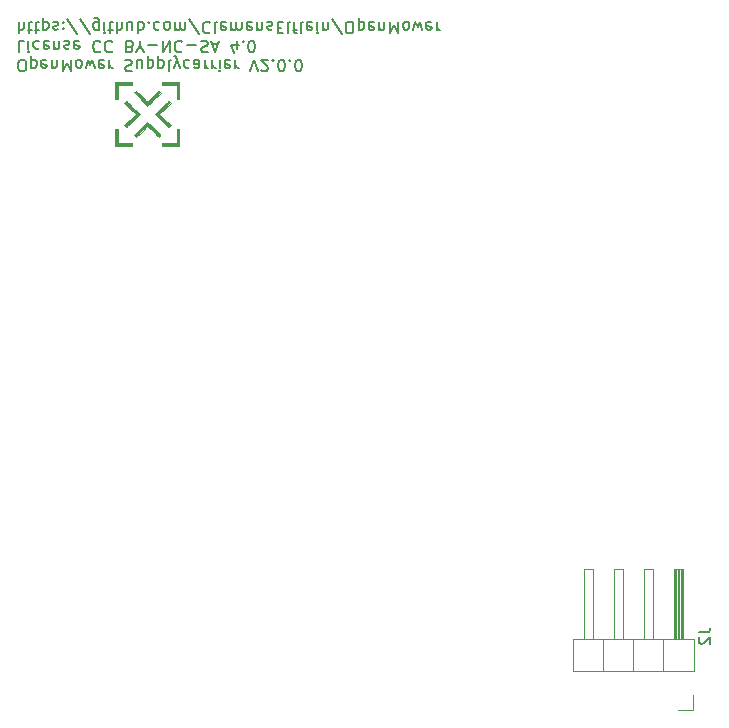
<source format=gbr>
%TF.GenerationSoftware,KiCad,Pcbnew,7.0.11+1*%
%TF.CreationDate,2024-04-25T19:00:42+00:00*%
%TF.ProjectId,mower_PowerDeviceCarrier,6d6f7765-725f-4506-9f77-657244657669,rev?*%
%TF.SameCoordinates,PX2b5aa20PY5837b10*%
%TF.FileFunction,Legend,Bot*%
%TF.FilePolarity,Positive*%
%FSLAX46Y46*%
G04 Gerber Fmt 4.6, Leading zero omitted, Abs format (unit mm)*
G04 Created by KiCad (PCBNEW 7.0.11+1) date 2024-04-25 19:00:42*
%MOMM*%
%LPD*%
G01*
G04 APERTURE LIST*
%ADD10C,0.150000*%
%ADD11C,0.120000*%
%ADD12C,0.010000*%
G04 APERTURE END LIST*
D10*
X37124055Y-56903180D02*
X37314531Y-56903180D01*
X37314531Y-56903180D02*
X37409769Y-56855561D01*
X37409769Y-56855561D02*
X37505007Y-56760323D01*
X37505007Y-56760323D02*
X37552626Y-56569847D01*
X37552626Y-56569847D02*
X37552626Y-56236514D01*
X37552626Y-56236514D02*
X37505007Y-56046038D01*
X37505007Y-56046038D02*
X37409769Y-55950800D01*
X37409769Y-55950800D02*
X37314531Y-55903180D01*
X37314531Y-55903180D02*
X37124055Y-55903180D01*
X37124055Y-55903180D02*
X37028817Y-55950800D01*
X37028817Y-55950800D02*
X36933579Y-56046038D01*
X36933579Y-56046038D02*
X36885960Y-56236514D01*
X36885960Y-56236514D02*
X36885960Y-56569847D01*
X36885960Y-56569847D02*
X36933579Y-56760323D01*
X36933579Y-56760323D02*
X37028817Y-56855561D01*
X37028817Y-56855561D02*
X37124055Y-56903180D01*
X37981198Y-56569847D02*
X37981198Y-55569847D01*
X37981198Y-56522228D02*
X38076436Y-56569847D01*
X38076436Y-56569847D02*
X38266912Y-56569847D01*
X38266912Y-56569847D02*
X38362150Y-56522228D01*
X38362150Y-56522228D02*
X38409769Y-56474609D01*
X38409769Y-56474609D02*
X38457388Y-56379371D01*
X38457388Y-56379371D02*
X38457388Y-56093657D01*
X38457388Y-56093657D02*
X38409769Y-55998419D01*
X38409769Y-55998419D02*
X38362150Y-55950800D01*
X38362150Y-55950800D02*
X38266912Y-55903180D01*
X38266912Y-55903180D02*
X38076436Y-55903180D01*
X38076436Y-55903180D02*
X37981198Y-55950800D01*
X39266912Y-55950800D02*
X39171674Y-55903180D01*
X39171674Y-55903180D02*
X38981198Y-55903180D01*
X38981198Y-55903180D02*
X38885960Y-55950800D01*
X38885960Y-55950800D02*
X38838341Y-56046038D01*
X38838341Y-56046038D02*
X38838341Y-56426990D01*
X38838341Y-56426990D02*
X38885960Y-56522228D01*
X38885960Y-56522228D02*
X38981198Y-56569847D01*
X38981198Y-56569847D02*
X39171674Y-56569847D01*
X39171674Y-56569847D02*
X39266912Y-56522228D01*
X39266912Y-56522228D02*
X39314531Y-56426990D01*
X39314531Y-56426990D02*
X39314531Y-56331752D01*
X39314531Y-56331752D02*
X38838341Y-56236514D01*
X39743103Y-56569847D02*
X39743103Y-55903180D01*
X39743103Y-56474609D02*
X39790722Y-56522228D01*
X39790722Y-56522228D02*
X39885960Y-56569847D01*
X39885960Y-56569847D02*
X40028817Y-56569847D01*
X40028817Y-56569847D02*
X40124055Y-56522228D01*
X40124055Y-56522228D02*
X40171674Y-56426990D01*
X40171674Y-56426990D02*
X40171674Y-55903180D01*
X40647865Y-55903180D02*
X40647865Y-56903180D01*
X40647865Y-56903180D02*
X40981198Y-56188895D01*
X40981198Y-56188895D02*
X41314531Y-56903180D01*
X41314531Y-56903180D02*
X41314531Y-55903180D01*
X41933579Y-55903180D02*
X41838341Y-55950800D01*
X41838341Y-55950800D02*
X41790722Y-55998419D01*
X41790722Y-55998419D02*
X41743103Y-56093657D01*
X41743103Y-56093657D02*
X41743103Y-56379371D01*
X41743103Y-56379371D02*
X41790722Y-56474609D01*
X41790722Y-56474609D02*
X41838341Y-56522228D01*
X41838341Y-56522228D02*
X41933579Y-56569847D01*
X41933579Y-56569847D02*
X42076436Y-56569847D01*
X42076436Y-56569847D02*
X42171674Y-56522228D01*
X42171674Y-56522228D02*
X42219293Y-56474609D01*
X42219293Y-56474609D02*
X42266912Y-56379371D01*
X42266912Y-56379371D02*
X42266912Y-56093657D01*
X42266912Y-56093657D02*
X42219293Y-55998419D01*
X42219293Y-55998419D02*
X42171674Y-55950800D01*
X42171674Y-55950800D02*
X42076436Y-55903180D01*
X42076436Y-55903180D02*
X41933579Y-55903180D01*
X42600246Y-56569847D02*
X42790722Y-55903180D01*
X42790722Y-55903180D02*
X42981198Y-56379371D01*
X42981198Y-56379371D02*
X43171674Y-55903180D01*
X43171674Y-55903180D02*
X43362150Y-56569847D01*
X44124055Y-55950800D02*
X44028817Y-55903180D01*
X44028817Y-55903180D02*
X43838341Y-55903180D01*
X43838341Y-55903180D02*
X43743103Y-55950800D01*
X43743103Y-55950800D02*
X43695484Y-56046038D01*
X43695484Y-56046038D02*
X43695484Y-56426990D01*
X43695484Y-56426990D02*
X43743103Y-56522228D01*
X43743103Y-56522228D02*
X43838341Y-56569847D01*
X43838341Y-56569847D02*
X44028817Y-56569847D01*
X44028817Y-56569847D02*
X44124055Y-56522228D01*
X44124055Y-56522228D02*
X44171674Y-56426990D01*
X44171674Y-56426990D02*
X44171674Y-56331752D01*
X44171674Y-56331752D02*
X43695484Y-56236514D01*
X44600246Y-55903180D02*
X44600246Y-56569847D01*
X44600246Y-56379371D02*
X44647865Y-56474609D01*
X44647865Y-56474609D02*
X44695484Y-56522228D01*
X44695484Y-56522228D02*
X44790722Y-56569847D01*
X44790722Y-56569847D02*
X44885960Y-56569847D01*
X45933580Y-55950800D02*
X46076437Y-55903180D01*
X46076437Y-55903180D02*
X46314532Y-55903180D01*
X46314532Y-55903180D02*
X46409770Y-55950800D01*
X46409770Y-55950800D02*
X46457389Y-55998419D01*
X46457389Y-55998419D02*
X46505008Y-56093657D01*
X46505008Y-56093657D02*
X46505008Y-56188895D01*
X46505008Y-56188895D02*
X46457389Y-56284133D01*
X46457389Y-56284133D02*
X46409770Y-56331752D01*
X46409770Y-56331752D02*
X46314532Y-56379371D01*
X46314532Y-56379371D02*
X46124056Y-56426990D01*
X46124056Y-56426990D02*
X46028818Y-56474609D01*
X46028818Y-56474609D02*
X45981199Y-56522228D01*
X45981199Y-56522228D02*
X45933580Y-56617466D01*
X45933580Y-56617466D02*
X45933580Y-56712704D01*
X45933580Y-56712704D02*
X45981199Y-56807942D01*
X45981199Y-56807942D02*
X46028818Y-56855561D01*
X46028818Y-56855561D02*
X46124056Y-56903180D01*
X46124056Y-56903180D02*
X46362151Y-56903180D01*
X46362151Y-56903180D02*
X46505008Y-56855561D01*
X47362151Y-56569847D02*
X47362151Y-55903180D01*
X46933580Y-56569847D02*
X46933580Y-56046038D01*
X46933580Y-56046038D02*
X46981199Y-55950800D01*
X46981199Y-55950800D02*
X47076437Y-55903180D01*
X47076437Y-55903180D02*
X47219294Y-55903180D01*
X47219294Y-55903180D02*
X47314532Y-55950800D01*
X47314532Y-55950800D02*
X47362151Y-55998419D01*
X47838342Y-56569847D02*
X47838342Y-55569847D01*
X47838342Y-56522228D02*
X47933580Y-56569847D01*
X47933580Y-56569847D02*
X48124056Y-56569847D01*
X48124056Y-56569847D02*
X48219294Y-56522228D01*
X48219294Y-56522228D02*
X48266913Y-56474609D01*
X48266913Y-56474609D02*
X48314532Y-56379371D01*
X48314532Y-56379371D02*
X48314532Y-56093657D01*
X48314532Y-56093657D02*
X48266913Y-55998419D01*
X48266913Y-55998419D02*
X48219294Y-55950800D01*
X48219294Y-55950800D02*
X48124056Y-55903180D01*
X48124056Y-55903180D02*
X47933580Y-55903180D01*
X47933580Y-55903180D02*
X47838342Y-55950800D01*
X48743104Y-56569847D02*
X48743104Y-55569847D01*
X48743104Y-56522228D02*
X48838342Y-56569847D01*
X48838342Y-56569847D02*
X49028818Y-56569847D01*
X49028818Y-56569847D02*
X49124056Y-56522228D01*
X49124056Y-56522228D02*
X49171675Y-56474609D01*
X49171675Y-56474609D02*
X49219294Y-56379371D01*
X49219294Y-56379371D02*
X49219294Y-56093657D01*
X49219294Y-56093657D02*
X49171675Y-55998419D01*
X49171675Y-55998419D02*
X49124056Y-55950800D01*
X49124056Y-55950800D02*
X49028818Y-55903180D01*
X49028818Y-55903180D02*
X48838342Y-55903180D01*
X48838342Y-55903180D02*
X48743104Y-55950800D01*
X49790723Y-55903180D02*
X49695485Y-55950800D01*
X49695485Y-55950800D02*
X49647866Y-56046038D01*
X49647866Y-56046038D02*
X49647866Y-56903180D01*
X50076438Y-56569847D02*
X50314533Y-55903180D01*
X50552628Y-56569847D02*
X50314533Y-55903180D01*
X50314533Y-55903180D02*
X50219295Y-55665085D01*
X50219295Y-55665085D02*
X50171676Y-55617466D01*
X50171676Y-55617466D02*
X50076438Y-55569847D01*
X51362152Y-55950800D02*
X51266914Y-55903180D01*
X51266914Y-55903180D02*
X51076438Y-55903180D01*
X51076438Y-55903180D02*
X50981200Y-55950800D01*
X50981200Y-55950800D02*
X50933581Y-55998419D01*
X50933581Y-55998419D02*
X50885962Y-56093657D01*
X50885962Y-56093657D02*
X50885962Y-56379371D01*
X50885962Y-56379371D02*
X50933581Y-56474609D01*
X50933581Y-56474609D02*
X50981200Y-56522228D01*
X50981200Y-56522228D02*
X51076438Y-56569847D01*
X51076438Y-56569847D02*
X51266914Y-56569847D01*
X51266914Y-56569847D02*
X51362152Y-56522228D01*
X52219295Y-55903180D02*
X52219295Y-56426990D01*
X52219295Y-56426990D02*
X52171676Y-56522228D01*
X52171676Y-56522228D02*
X52076438Y-56569847D01*
X52076438Y-56569847D02*
X51885962Y-56569847D01*
X51885962Y-56569847D02*
X51790724Y-56522228D01*
X52219295Y-55950800D02*
X52124057Y-55903180D01*
X52124057Y-55903180D02*
X51885962Y-55903180D01*
X51885962Y-55903180D02*
X51790724Y-55950800D01*
X51790724Y-55950800D02*
X51743105Y-56046038D01*
X51743105Y-56046038D02*
X51743105Y-56141276D01*
X51743105Y-56141276D02*
X51790724Y-56236514D01*
X51790724Y-56236514D02*
X51885962Y-56284133D01*
X51885962Y-56284133D02*
X52124057Y-56284133D01*
X52124057Y-56284133D02*
X52219295Y-56331752D01*
X52695486Y-55903180D02*
X52695486Y-56569847D01*
X52695486Y-56379371D02*
X52743105Y-56474609D01*
X52743105Y-56474609D02*
X52790724Y-56522228D01*
X52790724Y-56522228D02*
X52885962Y-56569847D01*
X52885962Y-56569847D02*
X52981200Y-56569847D01*
X53314534Y-55903180D02*
X53314534Y-56569847D01*
X53314534Y-56379371D02*
X53362153Y-56474609D01*
X53362153Y-56474609D02*
X53409772Y-56522228D01*
X53409772Y-56522228D02*
X53505010Y-56569847D01*
X53505010Y-56569847D02*
X53600248Y-56569847D01*
X53933582Y-55903180D02*
X53933582Y-56569847D01*
X53933582Y-56903180D02*
X53885963Y-56855561D01*
X53885963Y-56855561D02*
X53933582Y-56807942D01*
X53933582Y-56807942D02*
X53981201Y-56855561D01*
X53981201Y-56855561D02*
X53933582Y-56903180D01*
X53933582Y-56903180D02*
X53933582Y-56807942D01*
X54790724Y-55950800D02*
X54695486Y-55903180D01*
X54695486Y-55903180D02*
X54505010Y-55903180D01*
X54505010Y-55903180D02*
X54409772Y-55950800D01*
X54409772Y-55950800D02*
X54362153Y-56046038D01*
X54362153Y-56046038D02*
X54362153Y-56426990D01*
X54362153Y-56426990D02*
X54409772Y-56522228D01*
X54409772Y-56522228D02*
X54505010Y-56569847D01*
X54505010Y-56569847D02*
X54695486Y-56569847D01*
X54695486Y-56569847D02*
X54790724Y-56522228D01*
X54790724Y-56522228D02*
X54838343Y-56426990D01*
X54838343Y-56426990D02*
X54838343Y-56331752D01*
X54838343Y-56331752D02*
X54362153Y-56236514D01*
X55266915Y-55903180D02*
X55266915Y-56569847D01*
X55266915Y-56379371D02*
X55314534Y-56474609D01*
X55314534Y-56474609D02*
X55362153Y-56522228D01*
X55362153Y-56522228D02*
X55457391Y-56569847D01*
X55457391Y-56569847D02*
X55552629Y-56569847D01*
X56505011Y-56903180D02*
X56838344Y-55903180D01*
X56838344Y-55903180D02*
X57171677Y-56903180D01*
X57457392Y-56807942D02*
X57505011Y-56855561D01*
X57505011Y-56855561D02*
X57600249Y-56903180D01*
X57600249Y-56903180D02*
X57838344Y-56903180D01*
X57838344Y-56903180D02*
X57933582Y-56855561D01*
X57933582Y-56855561D02*
X57981201Y-56807942D01*
X57981201Y-56807942D02*
X58028820Y-56712704D01*
X58028820Y-56712704D02*
X58028820Y-56617466D01*
X58028820Y-56617466D02*
X57981201Y-56474609D01*
X57981201Y-56474609D02*
X57409773Y-55903180D01*
X57409773Y-55903180D02*
X58028820Y-55903180D01*
X58457392Y-55998419D02*
X58505011Y-55950800D01*
X58505011Y-55950800D02*
X58457392Y-55903180D01*
X58457392Y-55903180D02*
X58409773Y-55950800D01*
X58409773Y-55950800D02*
X58457392Y-55998419D01*
X58457392Y-55998419D02*
X58457392Y-55903180D01*
X59124058Y-56903180D02*
X59219296Y-56903180D01*
X59219296Y-56903180D02*
X59314534Y-56855561D01*
X59314534Y-56855561D02*
X59362153Y-56807942D01*
X59362153Y-56807942D02*
X59409772Y-56712704D01*
X59409772Y-56712704D02*
X59457391Y-56522228D01*
X59457391Y-56522228D02*
X59457391Y-56284133D01*
X59457391Y-56284133D02*
X59409772Y-56093657D01*
X59409772Y-56093657D02*
X59362153Y-55998419D01*
X59362153Y-55998419D02*
X59314534Y-55950800D01*
X59314534Y-55950800D02*
X59219296Y-55903180D01*
X59219296Y-55903180D02*
X59124058Y-55903180D01*
X59124058Y-55903180D02*
X59028820Y-55950800D01*
X59028820Y-55950800D02*
X58981201Y-55998419D01*
X58981201Y-55998419D02*
X58933582Y-56093657D01*
X58933582Y-56093657D02*
X58885963Y-56284133D01*
X58885963Y-56284133D02*
X58885963Y-56522228D01*
X58885963Y-56522228D02*
X58933582Y-56712704D01*
X58933582Y-56712704D02*
X58981201Y-56807942D01*
X58981201Y-56807942D02*
X59028820Y-56855561D01*
X59028820Y-56855561D02*
X59124058Y-56903180D01*
X59885963Y-55998419D02*
X59933582Y-55950800D01*
X59933582Y-55950800D02*
X59885963Y-55903180D01*
X59885963Y-55903180D02*
X59838344Y-55950800D01*
X59838344Y-55950800D02*
X59885963Y-55998419D01*
X59885963Y-55998419D02*
X59885963Y-55903180D01*
X60552629Y-56903180D02*
X60647867Y-56903180D01*
X60647867Y-56903180D02*
X60743105Y-56855561D01*
X60743105Y-56855561D02*
X60790724Y-56807942D01*
X60790724Y-56807942D02*
X60838343Y-56712704D01*
X60838343Y-56712704D02*
X60885962Y-56522228D01*
X60885962Y-56522228D02*
X60885962Y-56284133D01*
X60885962Y-56284133D02*
X60838343Y-56093657D01*
X60838343Y-56093657D02*
X60790724Y-55998419D01*
X60790724Y-55998419D02*
X60743105Y-55950800D01*
X60743105Y-55950800D02*
X60647867Y-55903180D01*
X60647867Y-55903180D02*
X60552629Y-55903180D01*
X60552629Y-55903180D02*
X60457391Y-55950800D01*
X60457391Y-55950800D02*
X60409772Y-55998419D01*
X60409772Y-55998419D02*
X60362153Y-56093657D01*
X60362153Y-56093657D02*
X60314534Y-56284133D01*
X60314534Y-56284133D02*
X60314534Y-56522228D01*
X60314534Y-56522228D02*
X60362153Y-56712704D01*
X60362153Y-56712704D02*
X60409772Y-56807942D01*
X60409772Y-56807942D02*
X60457391Y-56855561D01*
X60457391Y-56855561D02*
X60552629Y-56903180D01*
X37409769Y-54293180D02*
X36933579Y-54293180D01*
X36933579Y-54293180D02*
X36933579Y-55293180D01*
X37743103Y-54293180D02*
X37743103Y-54959847D01*
X37743103Y-55293180D02*
X37695484Y-55245561D01*
X37695484Y-55245561D02*
X37743103Y-55197942D01*
X37743103Y-55197942D02*
X37790722Y-55245561D01*
X37790722Y-55245561D02*
X37743103Y-55293180D01*
X37743103Y-55293180D02*
X37743103Y-55197942D01*
X38647864Y-54340800D02*
X38552626Y-54293180D01*
X38552626Y-54293180D02*
X38362150Y-54293180D01*
X38362150Y-54293180D02*
X38266912Y-54340800D01*
X38266912Y-54340800D02*
X38219293Y-54388419D01*
X38219293Y-54388419D02*
X38171674Y-54483657D01*
X38171674Y-54483657D02*
X38171674Y-54769371D01*
X38171674Y-54769371D02*
X38219293Y-54864609D01*
X38219293Y-54864609D02*
X38266912Y-54912228D01*
X38266912Y-54912228D02*
X38362150Y-54959847D01*
X38362150Y-54959847D02*
X38552626Y-54959847D01*
X38552626Y-54959847D02*
X38647864Y-54912228D01*
X39457388Y-54340800D02*
X39362150Y-54293180D01*
X39362150Y-54293180D02*
X39171674Y-54293180D01*
X39171674Y-54293180D02*
X39076436Y-54340800D01*
X39076436Y-54340800D02*
X39028817Y-54436038D01*
X39028817Y-54436038D02*
X39028817Y-54816990D01*
X39028817Y-54816990D02*
X39076436Y-54912228D01*
X39076436Y-54912228D02*
X39171674Y-54959847D01*
X39171674Y-54959847D02*
X39362150Y-54959847D01*
X39362150Y-54959847D02*
X39457388Y-54912228D01*
X39457388Y-54912228D02*
X39505007Y-54816990D01*
X39505007Y-54816990D02*
X39505007Y-54721752D01*
X39505007Y-54721752D02*
X39028817Y-54626514D01*
X39933579Y-54959847D02*
X39933579Y-54293180D01*
X39933579Y-54864609D02*
X39981198Y-54912228D01*
X39981198Y-54912228D02*
X40076436Y-54959847D01*
X40076436Y-54959847D02*
X40219293Y-54959847D01*
X40219293Y-54959847D02*
X40314531Y-54912228D01*
X40314531Y-54912228D02*
X40362150Y-54816990D01*
X40362150Y-54816990D02*
X40362150Y-54293180D01*
X40790722Y-54340800D02*
X40885960Y-54293180D01*
X40885960Y-54293180D02*
X41076436Y-54293180D01*
X41076436Y-54293180D02*
X41171674Y-54340800D01*
X41171674Y-54340800D02*
X41219293Y-54436038D01*
X41219293Y-54436038D02*
X41219293Y-54483657D01*
X41219293Y-54483657D02*
X41171674Y-54578895D01*
X41171674Y-54578895D02*
X41076436Y-54626514D01*
X41076436Y-54626514D02*
X40933579Y-54626514D01*
X40933579Y-54626514D02*
X40838341Y-54674133D01*
X40838341Y-54674133D02*
X40790722Y-54769371D01*
X40790722Y-54769371D02*
X40790722Y-54816990D01*
X40790722Y-54816990D02*
X40838341Y-54912228D01*
X40838341Y-54912228D02*
X40933579Y-54959847D01*
X40933579Y-54959847D02*
X41076436Y-54959847D01*
X41076436Y-54959847D02*
X41171674Y-54912228D01*
X42028817Y-54340800D02*
X41933579Y-54293180D01*
X41933579Y-54293180D02*
X41743103Y-54293180D01*
X41743103Y-54293180D02*
X41647865Y-54340800D01*
X41647865Y-54340800D02*
X41600246Y-54436038D01*
X41600246Y-54436038D02*
X41600246Y-54816990D01*
X41600246Y-54816990D02*
X41647865Y-54912228D01*
X41647865Y-54912228D02*
X41743103Y-54959847D01*
X41743103Y-54959847D02*
X41933579Y-54959847D01*
X41933579Y-54959847D02*
X42028817Y-54912228D01*
X42028817Y-54912228D02*
X42076436Y-54816990D01*
X42076436Y-54816990D02*
X42076436Y-54721752D01*
X42076436Y-54721752D02*
X41600246Y-54626514D01*
X43838341Y-54388419D02*
X43790722Y-54340800D01*
X43790722Y-54340800D02*
X43647865Y-54293180D01*
X43647865Y-54293180D02*
X43552627Y-54293180D01*
X43552627Y-54293180D02*
X43409770Y-54340800D01*
X43409770Y-54340800D02*
X43314532Y-54436038D01*
X43314532Y-54436038D02*
X43266913Y-54531276D01*
X43266913Y-54531276D02*
X43219294Y-54721752D01*
X43219294Y-54721752D02*
X43219294Y-54864609D01*
X43219294Y-54864609D02*
X43266913Y-55055085D01*
X43266913Y-55055085D02*
X43314532Y-55150323D01*
X43314532Y-55150323D02*
X43409770Y-55245561D01*
X43409770Y-55245561D02*
X43552627Y-55293180D01*
X43552627Y-55293180D02*
X43647865Y-55293180D01*
X43647865Y-55293180D02*
X43790722Y-55245561D01*
X43790722Y-55245561D02*
X43838341Y-55197942D01*
X44838341Y-54388419D02*
X44790722Y-54340800D01*
X44790722Y-54340800D02*
X44647865Y-54293180D01*
X44647865Y-54293180D02*
X44552627Y-54293180D01*
X44552627Y-54293180D02*
X44409770Y-54340800D01*
X44409770Y-54340800D02*
X44314532Y-54436038D01*
X44314532Y-54436038D02*
X44266913Y-54531276D01*
X44266913Y-54531276D02*
X44219294Y-54721752D01*
X44219294Y-54721752D02*
X44219294Y-54864609D01*
X44219294Y-54864609D02*
X44266913Y-55055085D01*
X44266913Y-55055085D02*
X44314532Y-55150323D01*
X44314532Y-55150323D02*
X44409770Y-55245561D01*
X44409770Y-55245561D02*
X44552627Y-55293180D01*
X44552627Y-55293180D02*
X44647865Y-55293180D01*
X44647865Y-55293180D02*
X44790722Y-55245561D01*
X44790722Y-55245561D02*
X44838341Y-55197942D01*
X46362151Y-54816990D02*
X46505008Y-54769371D01*
X46505008Y-54769371D02*
X46552627Y-54721752D01*
X46552627Y-54721752D02*
X46600246Y-54626514D01*
X46600246Y-54626514D02*
X46600246Y-54483657D01*
X46600246Y-54483657D02*
X46552627Y-54388419D01*
X46552627Y-54388419D02*
X46505008Y-54340800D01*
X46505008Y-54340800D02*
X46409770Y-54293180D01*
X46409770Y-54293180D02*
X46028818Y-54293180D01*
X46028818Y-54293180D02*
X46028818Y-55293180D01*
X46028818Y-55293180D02*
X46362151Y-55293180D01*
X46362151Y-55293180D02*
X46457389Y-55245561D01*
X46457389Y-55245561D02*
X46505008Y-55197942D01*
X46505008Y-55197942D02*
X46552627Y-55102704D01*
X46552627Y-55102704D02*
X46552627Y-55007466D01*
X46552627Y-55007466D02*
X46505008Y-54912228D01*
X46505008Y-54912228D02*
X46457389Y-54864609D01*
X46457389Y-54864609D02*
X46362151Y-54816990D01*
X46362151Y-54816990D02*
X46028818Y-54816990D01*
X47219294Y-54769371D02*
X47219294Y-54293180D01*
X46885961Y-55293180D02*
X47219294Y-54769371D01*
X47219294Y-54769371D02*
X47552627Y-55293180D01*
X47885961Y-54674133D02*
X48647866Y-54674133D01*
X49124056Y-54293180D02*
X49124056Y-55293180D01*
X49124056Y-55293180D02*
X49695484Y-54293180D01*
X49695484Y-54293180D02*
X49695484Y-55293180D01*
X50743103Y-54388419D02*
X50695484Y-54340800D01*
X50695484Y-54340800D02*
X50552627Y-54293180D01*
X50552627Y-54293180D02*
X50457389Y-54293180D01*
X50457389Y-54293180D02*
X50314532Y-54340800D01*
X50314532Y-54340800D02*
X50219294Y-54436038D01*
X50219294Y-54436038D02*
X50171675Y-54531276D01*
X50171675Y-54531276D02*
X50124056Y-54721752D01*
X50124056Y-54721752D02*
X50124056Y-54864609D01*
X50124056Y-54864609D02*
X50171675Y-55055085D01*
X50171675Y-55055085D02*
X50219294Y-55150323D01*
X50219294Y-55150323D02*
X50314532Y-55245561D01*
X50314532Y-55245561D02*
X50457389Y-55293180D01*
X50457389Y-55293180D02*
X50552627Y-55293180D01*
X50552627Y-55293180D02*
X50695484Y-55245561D01*
X50695484Y-55245561D02*
X50743103Y-55197942D01*
X51171675Y-54674133D02*
X51933580Y-54674133D01*
X52362151Y-54340800D02*
X52505008Y-54293180D01*
X52505008Y-54293180D02*
X52743103Y-54293180D01*
X52743103Y-54293180D02*
X52838341Y-54340800D01*
X52838341Y-54340800D02*
X52885960Y-54388419D01*
X52885960Y-54388419D02*
X52933579Y-54483657D01*
X52933579Y-54483657D02*
X52933579Y-54578895D01*
X52933579Y-54578895D02*
X52885960Y-54674133D01*
X52885960Y-54674133D02*
X52838341Y-54721752D01*
X52838341Y-54721752D02*
X52743103Y-54769371D01*
X52743103Y-54769371D02*
X52552627Y-54816990D01*
X52552627Y-54816990D02*
X52457389Y-54864609D01*
X52457389Y-54864609D02*
X52409770Y-54912228D01*
X52409770Y-54912228D02*
X52362151Y-55007466D01*
X52362151Y-55007466D02*
X52362151Y-55102704D01*
X52362151Y-55102704D02*
X52409770Y-55197942D01*
X52409770Y-55197942D02*
X52457389Y-55245561D01*
X52457389Y-55245561D02*
X52552627Y-55293180D01*
X52552627Y-55293180D02*
X52790722Y-55293180D01*
X52790722Y-55293180D02*
X52933579Y-55245561D01*
X53314532Y-54578895D02*
X53790722Y-54578895D01*
X53219294Y-54293180D02*
X53552627Y-55293180D01*
X53552627Y-55293180D02*
X53885960Y-54293180D01*
X55409770Y-54959847D02*
X55409770Y-54293180D01*
X55171675Y-55340800D02*
X54933580Y-54626514D01*
X54933580Y-54626514D02*
X55552627Y-54626514D01*
X55933580Y-54388419D02*
X55981199Y-54340800D01*
X55981199Y-54340800D02*
X55933580Y-54293180D01*
X55933580Y-54293180D02*
X55885961Y-54340800D01*
X55885961Y-54340800D02*
X55933580Y-54388419D01*
X55933580Y-54388419D02*
X55933580Y-54293180D01*
X56600246Y-55293180D02*
X56695484Y-55293180D01*
X56695484Y-55293180D02*
X56790722Y-55245561D01*
X56790722Y-55245561D02*
X56838341Y-55197942D01*
X56838341Y-55197942D02*
X56885960Y-55102704D01*
X56885960Y-55102704D02*
X56933579Y-54912228D01*
X56933579Y-54912228D02*
X56933579Y-54674133D01*
X56933579Y-54674133D02*
X56885960Y-54483657D01*
X56885960Y-54483657D02*
X56838341Y-54388419D01*
X56838341Y-54388419D02*
X56790722Y-54340800D01*
X56790722Y-54340800D02*
X56695484Y-54293180D01*
X56695484Y-54293180D02*
X56600246Y-54293180D01*
X56600246Y-54293180D02*
X56505008Y-54340800D01*
X56505008Y-54340800D02*
X56457389Y-54388419D01*
X56457389Y-54388419D02*
X56409770Y-54483657D01*
X56409770Y-54483657D02*
X56362151Y-54674133D01*
X56362151Y-54674133D02*
X56362151Y-54912228D01*
X56362151Y-54912228D02*
X56409770Y-55102704D01*
X56409770Y-55102704D02*
X56457389Y-55197942D01*
X56457389Y-55197942D02*
X56505008Y-55245561D01*
X56505008Y-55245561D02*
X56600246Y-55293180D01*
X36933579Y-52683180D02*
X36933579Y-53683180D01*
X37362150Y-52683180D02*
X37362150Y-53206990D01*
X37362150Y-53206990D02*
X37314531Y-53302228D01*
X37314531Y-53302228D02*
X37219293Y-53349847D01*
X37219293Y-53349847D02*
X37076436Y-53349847D01*
X37076436Y-53349847D02*
X36981198Y-53302228D01*
X36981198Y-53302228D02*
X36933579Y-53254609D01*
X37695484Y-53349847D02*
X38076436Y-53349847D01*
X37838341Y-53683180D02*
X37838341Y-52826038D01*
X37838341Y-52826038D02*
X37885960Y-52730800D01*
X37885960Y-52730800D02*
X37981198Y-52683180D01*
X37981198Y-52683180D02*
X38076436Y-52683180D01*
X38266913Y-53349847D02*
X38647865Y-53349847D01*
X38409770Y-53683180D02*
X38409770Y-52826038D01*
X38409770Y-52826038D02*
X38457389Y-52730800D01*
X38457389Y-52730800D02*
X38552627Y-52683180D01*
X38552627Y-52683180D02*
X38647865Y-52683180D01*
X38981199Y-53349847D02*
X38981199Y-52349847D01*
X38981199Y-53302228D02*
X39076437Y-53349847D01*
X39076437Y-53349847D02*
X39266913Y-53349847D01*
X39266913Y-53349847D02*
X39362151Y-53302228D01*
X39362151Y-53302228D02*
X39409770Y-53254609D01*
X39409770Y-53254609D02*
X39457389Y-53159371D01*
X39457389Y-53159371D02*
X39457389Y-52873657D01*
X39457389Y-52873657D02*
X39409770Y-52778419D01*
X39409770Y-52778419D02*
X39362151Y-52730800D01*
X39362151Y-52730800D02*
X39266913Y-52683180D01*
X39266913Y-52683180D02*
X39076437Y-52683180D01*
X39076437Y-52683180D02*
X38981199Y-52730800D01*
X39838342Y-52730800D02*
X39933580Y-52683180D01*
X39933580Y-52683180D02*
X40124056Y-52683180D01*
X40124056Y-52683180D02*
X40219294Y-52730800D01*
X40219294Y-52730800D02*
X40266913Y-52826038D01*
X40266913Y-52826038D02*
X40266913Y-52873657D01*
X40266913Y-52873657D02*
X40219294Y-52968895D01*
X40219294Y-52968895D02*
X40124056Y-53016514D01*
X40124056Y-53016514D02*
X39981199Y-53016514D01*
X39981199Y-53016514D02*
X39885961Y-53064133D01*
X39885961Y-53064133D02*
X39838342Y-53159371D01*
X39838342Y-53159371D02*
X39838342Y-53206990D01*
X39838342Y-53206990D02*
X39885961Y-53302228D01*
X39885961Y-53302228D02*
X39981199Y-53349847D01*
X39981199Y-53349847D02*
X40124056Y-53349847D01*
X40124056Y-53349847D02*
X40219294Y-53302228D01*
X40695485Y-52778419D02*
X40743104Y-52730800D01*
X40743104Y-52730800D02*
X40695485Y-52683180D01*
X40695485Y-52683180D02*
X40647866Y-52730800D01*
X40647866Y-52730800D02*
X40695485Y-52778419D01*
X40695485Y-52778419D02*
X40695485Y-52683180D01*
X40695485Y-53302228D02*
X40743104Y-53254609D01*
X40743104Y-53254609D02*
X40695485Y-53206990D01*
X40695485Y-53206990D02*
X40647866Y-53254609D01*
X40647866Y-53254609D02*
X40695485Y-53302228D01*
X40695485Y-53302228D02*
X40695485Y-53206990D01*
X41885960Y-53730800D02*
X41028818Y-52445085D01*
X42933579Y-53730800D02*
X42076437Y-52445085D01*
X43695484Y-53349847D02*
X43695484Y-52540323D01*
X43695484Y-52540323D02*
X43647865Y-52445085D01*
X43647865Y-52445085D02*
X43600246Y-52397466D01*
X43600246Y-52397466D02*
X43505008Y-52349847D01*
X43505008Y-52349847D02*
X43362151Y-52349847D01*
X43362151Y-52349847D02*
X43266913Y-52397466D01*
X43695484Y-52730800D02*
X43600246Y-52683180D01*
X43600246Y-52683180D02*
X43409770Y-52683180D01*
X43409770Y-52683180D02*
X43314532Y-52730800D01*
X43314532Y-52730800D02*
X43266913Y-52778419D01*
X43266913Y-52778419D02*
X43219294Y-52873657D01*
X43219294Y-52873657D02*
X43219294Y-53159371D01*
X43219294Y-53159371D02*
X43266913Y-53254609D01*
X43266913Y-53254609D02*
X43314532Y-53302228D01*
X43314532Y-53302228D02*
X43409770Y-53349847D01*
X43409770Y-53349847D02*
X43600246Y-53349847D01*
X43600246Y-53349847D02*
X43695484Y-53302228D01*
X44171675Y-52683180D02*
X44171675Y-53349847D01*
X44171675Y-53683180D02*
X44124056Y-53635561D01*
X44124056Y-53635561D02*
X44171675Y-53587942D01*
X44171675Y-53587942D02*
X44219294Y-53635561D01*
X44219294Y-53635561D02*
X44171675Y-53683180D01*
X44171675Y-53683180D02*
X44171675Y-53587942D01*
X44505008Y-53349847D02*
X44885960Y-53349847D01*
X44647865Y-53683180D02*
X44647865Y-52826038D01*
X44647865Y-52826038D02*
X44695484Y-52730800D01*
X44695484Y-52730800D02*
X44790722Y-52683180D01*
X44790722Y-52683180D02*
X44885960Y-52683180D01*
X45219294Y-52683180D02*
X45219294Y-53683180D01*
X45647865Y-52683180D02*
X45647865Y-53206990D01*
X45647865Y-53206990D02*
X45600246Y-53302228D01*
X45600246Y-53302228D02*
X45505008Y-53349847D01*
X45505008Y-53349847D02*
X45362151Y-53349847D01*
X45362151Y-53349847D02*
X45266913Y-53302228D01*
X45266913Y-53302228D02*
X45219294Y-53254609D01*
X46552627Y-53349847D02*
X46552627Y-52683180D01*
X46124056Y-53349847D02*
X46124056Y-52826038D01*
X46124056Y-52826038D02*
X46171675Y-52730800D01*
X46171675Y-52730800D02*
X46266913Y-52683180D01*
X46266913Y-52683180D02*
X46409770Y-52683180D01*
X46409770Y-52683180D02*
X46505008Y-52730800D01*
X46505008Y-52730800D02*
X46552627Y-52778419D01*
X47028818Y-52683180D02*
X47028818Y-53683180D01*
X47028818Y-53302228D02*
X47124056Y-53349847D01*
X47124056Y-53349847D02*
X47314532Y-53349847D01*
X47314532Y-53349847D02*
X47409770Y-53302228D01*
X47409770Y-53302228D02*
X47457389Y-53254609D01*
X47457389Y-53254609D02*
X47505008Y-53159371D01*
X47505008Y-53159371D02*
X47505008Y-52873657D01*
X47505008Y-52873657D02*
X47457389Y-52778419D01*
X47457389Y-52778419D02*
X47409770Y-52730800D01*
X47409770Y-52730800D02*
X47314532Y-52683180D01*
X47314532Y-52683180D02*
X47124056Y-52683180D01*
X47124056Y-52683180D02*
X47028818Y-52730800D01*
X47933580Y-52778419D02*
X47981199Y-52730800D01*
X47981199Y-52730800D02*
X47933580Y-52683180D01*
X47933580Y-52683180D02*
X47885961Y-52730800D01*
X47885961Y-52730800D02*
X47933580Y-52778419D01*
X47933580Y-52778419D02*
X47933580Y-52683180D01*
X48838341Y-52730800D02*
X48743103Y-52683180D01*
X48743103Y-52683180D02*
X48552627Y-52683180D01*
X48552627Y-52683180D02*
X48457389Y-52730800D01*
X48457389Y-52730800D02*
X48409770Y-52778419D01*
X48409770Y-52778419D02*
X48362151Y-52873657D01*
X48362151Y-52873657D02*
X48362151Y-53159371D01*
X48362151Y-53159371D02*
X48409770Y-53254609D01*
X48409770Y-53254609D02*
X48457389Y-53302228D01*
X48457389Y-53302228D02*
X48552627Y-53349847D01*
X48552627Y-53349847D02*
X48743103Y-53349847D01*
X48743103Y-53349847D02*
X48838341Y-53302228D01*
X49409770Y-52683180D02*
X49314532Y-52730800D01*
X49314532Y-52730800D02*
X49266913Y-52778419D01*
X49266913Y-52778419D02*
X49219294Y-52873657D01*
X49219294Y-52873657D02*
X49219294Y-53159371D01*
X49219294Y-53159371D02*
X49266913Y-53254609D01*
X49266913Y-53254609D02*
X49314532Y-53302228D01*
X49314532Y-53302228D02*
X49409770Y-53349847D01*
X49409770Y-53349847D02*
X49552627Y-53349847D01*
X49552627Y-53349847D02*
X49647865Y-53302228D01*
X49647865Y-53302228D02*
X49695484Y-53254609D01*
X49695484Y-53254609D02*
X49743103Y-53159371D01*
X49743103Y-53159371D02*
X49743103Y-52873657D01*
X49743103Y-52873657D02*
X49695484Y-52778419D01*
X49695484Y-52778419D02*
X49647865Y-52730800D01*
X49647865Y-52730800D02*
X49552627Y-52683180D01*
X49552627Y-52683180D02*
X49409770Y-52683180D01*
X50171675Y-52683180D02*
X50171675Y-53349847D01*
X50171675Y-53254609D02*
X50219294Y-53302228D01*
X50219294Y-53302228D02*
X50314532Y-53349847D01*
X50314532Y-53349847D02*
X50457389Y-53349847D01*
X50457389Y-53349847D02*
X50552627Y-53302228D01*
X50552627Y-53302228D02*
X50600246Y-53206990D01*
X50600246Y-53206990D02*
X50600246Y-52683180D01*
X50600246Y-53206990D02*
X50647865Y-53302228D01*
X50647865Y-53302228D02*
X50743103Y-53349847D01*
X50743103Y-53349847D02*
X50885960Y-53349847D01*
X50885960Y-53349847D02*
X50981199Y-53302228D01*
X50981199Y-53302228D02*
X51028818Y-53206990D01*
X51028818Y-53206990D02*
X51028818Y-52683180D01*
X52219293Y-53730800D02*
X51362151Y-52445085D01*
X53124055Y-52778419D02*
X53076436Y-52730800D01*
X53076436Y-52730800D02*
X52933579Y-52683180D01*
X52933579Y-52683180D02*
X52838341Y-52683180D01*
X52838341Y-52683180D02*
X52695484Y-52730800D01*
X52695484Y-52730800D02*
X52600246Y-52826038D01*
X52600246Y-52826038D02*
X52552627Y-52921276D01*
X52552627Y-52921276D02*
X52505008Y-53111752D01*
X52505008Y-53111752D02*
X52505008Y-53254609D01*
X52505008Y-53254609D02*
X52552627Y-53445085D01*
X52552627Y-53445085D02*
X52600246Y-53540323D01*
X52600246Y-53540323D02*
X52695484Y-53635561D01*
X52695484Y-53635561D02*
X52838341Y-53683180D01*
X52838341Y-53683180D02*
X52933579Y-53683180D01*
X52933579Y-53683180D02*
X53076436Y-53635561D01*
X53076436Y-53635561D02*
X53124055Y-53587942D01*
X53695484Y-52683180D02*
X53600246Y-52730800D01*
X53600246Y-52730800D02*
X53552627Y-52826038D01*
X53552627Y-52826038D02*
X53552627Y-53683180D01*
X54457389Y-52730800D02*
X54362151Y-52683180D01*
X54362151Y-52683180D02*
X54171675Y-52683180D01*
X54171675Y-52683180D02*
X54076437Y-52730800D01*
X54076437Y-52730800D02*
X54028818Y-52826038D01*
X54028818Y-52826038D02*
X54028818Y-53206990D01*
X54028818Y-53206990D02*
X54076437Y-53302228D01*
X54076437Y-53302228D02*
X54171675Y-53349847D01*
X54171675Y-53349847D02*
X54362151Y-53349847D01*
X54362151Y-53349847D02*
X54457389Y-53302228D01*
X54457389Y-53302228D02*
X54505008Y-53206990D01*
X54505008Y-53206990D02*
X54505008Y-53111752D01*
X54505008Y-53111752D02*
X54028818Y-53016514D01*
X54933580Y-52683180D02*
X54933580Y-53349847D01*
X54933580Y-53254609D02*
X54981199Y-53302228D01*
X54981199Y-53302228D02*
X55076437Y-53349847D01*
X55076437Y-53349847D02*
X55219294Y-53349847D01*
X55219294Y-53349847D02*
X55314532Y-53302228D01*
X55314532Y-53302228D02*
X55362151Y-53206990D01*
X55362151Y-53206990D02*
X55362151Y-52683180D01*
X55362151Y-53206990D02*
X55409770Y-53302228D01*
X55409770Y-53302228D02*
X55505008Y-53349847D01*
X55505008Y-53349847D02*
X55647865Y-53349847D01*
X55647865Y-53349847D02*
X55743104Y-53302228D01*
X55743104Y-53302228D02*
X55790723Y-53206990D01*
X55790723Y-53206990D02*
X55790723Y-52683180D01*
X56647865Y-52730800D02*
X56552627Y-52683180D01*
X56552627Y-52683180D02*
X56362151Y-52683180D01*
X56362151Y-52683180D02*
X56266913Y-52730800D01*
X56266913Y-52730800D02*
X56219294Y-52826038D01*
X56219294Y-52826038D02*
X56219294Y-53206990D01*
X56219294Y-53206990D02*
X56266913Y-53302228D01*
X56266913Y-53302228D02*
X56362151Y-53349847D01*
X56362151Y-53349847D02*
X56552627Y-53349847D01*
X56552627Y-53349847D02*
X56647865Y-53302228D01*
X56647865Y-53302228D02*
X56695484Y-53206990D01*
X56695484Y-53206990D02*
X56695484Y-53111752D01*
X56695484Y-53111752D02*
X56219294Y-53016514D01*
X57124056Y-53349847D02*
X57124056Y-52683180D01*
X57124056Y-53254609D02*
X57171675Y-53302228D01*
X57171675Y-53302228D02*
X57266913Y-53349847D01*
X57266913Y-53349847D02*
X57409770Y-53349847D01*
X57409770Y-53349847D02*
X57505008Y-53302228D01*
X57505008Y-53302228D02*
X57552627Y-53206990D01*
X57552627Y-53206990D02*
X57552627Y-52683180D01*
X57981199Y-52730800D02*
X58076437Y-52683180D01*
X58076437Y-52683180D02*
X58266913Y-52683180D01*
X58266913Y-52683180D02*
X58362151Y-52730800D01*
X58362151Y-52730800D02*
X58409770Y-52826038D01*
X58409770Y-52826038D02*
X58409770Y-52873657D01*
X58409770Y-52873657D02*
X58362151Y-52968895D01*
X58362151Y-52968895D02*
X58266913Y-53016514D01*
X58266913Y-53016514D02*
X58124056Y-53016514D01*
X58124056Y-53016514D02*
X58028818Y-53064133D01*
X58028818Y-53064133D02*
X57981199Y-53159371D01*
X57981199Y-53159371D02*
X57981199Y-53206990D01*
X57981199Y-53206990D02*
X58028818Y-53302228D01*
X58028818Y-53302228D02*
X58124056Y-53349847D01*
X58124056Y-53349847D02*
X58266913Y-53349847D01*
X58266913Y-53349847D02*
X58362151Y-53302228D01*
X58838342Y-53206990D02*
X59171675Y-53206990D01*
X59314532Y-52683180D02*
X58838342Y-52683180D01*
X58838342Y-52683180D02*
X58838342Y-53683180D01*
X58838342Y-53683180D02*
X59314532Y-53683180D01*
X59885961Y-52683180D02*
X59790723Y-52730800D01*
X59790723Y-52730800D02*
X59743104Y-52826038D01*
X59743104Y-52826038D02*
X59743104Y-53683180D01*
X60124057Y-53349847D02*
X60505009Y-53349847D01*
X60266914Y-52683180D02*
X60266914Y-53540323D01*
X60266914Y-53540323D02*
X60314533Y-53635561D01*
X60314533Y-53635561D02*
X60409771Y-53683180D01*
X60409771Y-53683180D02*
X60505009Y-53683180D01*
X60981200Y-52683180D02*
X60885962Y-52730800D01*
X60885962Y-52730800D02*
X60838343Y-52826038D01*
X60838343Y-52826038D02*
X60838343Y-53683180D01*
X61743105Y-52730800D02*
X61647867Y-52683180D01*
X61647867Y-52683180D02*
X61457391Y-52683180D01*
X61457391Y-52683180D02*
X61362153Y-52730800D01*
X61362153Y-52730800D02*
X61314534Y-52826038D01*
X61314534Y-52826038D02*
X61314534Y-53206990D01*
X61314534Y-53206990D02*
X61362153Y-53302228D01*
X61362153Y-53302228D02*
X61457391Y-53349847D01*
X61457391Y-53349847D02*
X61647867Y-53349847D01*
X61647867Y-53349847D02*
X61743105Y-53302228D01*
X61743105Y-53302228D02*
X61790724Y-53206990D01*
X61790724Y-53206990D02*
X61790724Y-53111752D01*
X61790724Y-53111752D02*
X61314534Y-53016514D01*
X62219296Y-52683180D02*
X62219296Y-53349847D01*
X62219296Y-53683180D02*
X62171677Y-53635561D01*
X62171677Y-53635561D02*
X62219296Y-53587942D01*
X62219296Y-53587942D02*
X62266915Y-53635561D01*
X62266915Y-53635561D02*
X62219296Y-53683180D01*
X62219296Y-53683180D02*
X62219296Y-53587942D01*
X62695486Y-53349847D02*
X62695486Y-52683180D01*
X62695486Y-53254609D02*
X62743105Y-53302228D01*
X62743105Y-53302228D02*
X62838343Y-53349847D01*
X62838343Y-53349847D02*
X62981200Y-53349847D01*
X62981200Y-53349847D02*
X63076438Y-53302228D01*
X63076438Y-53302228D02*
X63124057Y-53206990D01*
X63124057Y-53206990D02*
X63124057Y-52683180D01*
X64314533Y-53730800D02*
X63457391Y-52445085D01*
X64838343Y-53683180D02*
X65028819Y-53683180D01*
X65028819Y-53683180D02*
X65124057Y-53635561D01*
X65124057Y-53635561D02*
X65219295Y-53540323D01*
X65219295Y-53540323D02*
X65266914Y-53349847D01*
X65266914Y-53349847D02*
X65266914Y-53016514D01*
X65266914Y-53016514D02*
X65219295Y-52826038D01*
X65219295Y-52826038D02*
X65124057Y-52730800D01*
X65124057Y-52730800D02*
X65028819Y-52683180D01*
X65028819Y-52683180D02*
X64838343Y-52683180D01*
X64838343Y-52683180D02*
X64743105Y-52730800D01*
X64743105Y-52730800D02*
X64647867Y-52826038D01*
X64647867Y-52826038D02*
X64600248Y-53016514D01*
X64600248Y-53016514D02*
X64600248Y-53349847D01*
X64600248Y-53349847D02*
X64647867Y-53540323D01*
X64647867Y-53540323D02*
X64743105Y-53635561D01*
X64743105Y-53635561D02*
X64838343Y-53683180D01*
X65695486Y-53349847D02*
X65695486Y-52349847D01*
X65695486Y-53302228D02*
X65790724Y-53349847D01*
X65790724Y-53349847D02*
X65981200Y-53349847D01*
X65981200Y-53349847D02*
X66076438Y-53302228D01*
X66076438Y-53302228D02*
X66124057Y-53254609D01*
X66124057Y-53254609D02*
X66171676Y-53159371D01*
X66171676Y-53159371D02*
X66171676Y-52873657D01*
X66171676Y-52873657D02*
X66124057Y-52778419D01*
X66124057Y-52778419D02*
X66076438Y-52730800D01*
X66076438Y-52730800D02*
X65981200Y-52683180D01*
X65981200Y-52683180D02*
X65790724Y-52683180D01*
X65790724Y-52683180D02*
X65695486Y-52730800D01*
X66981200Y-52730800D02*
X66885962Y-52683180D01*
X66885962Y-52683180D02*
X66695486Y-52683180D01*
X66695486Y-52683180D02*
X66600248Y-52730800D01*
X66600248Y-52730800D02*
X66552629Y-52826038D01*
X66552629Y-52826038D02*
X66552629Y-53206990D01*
X66552629Y-53206990D02*
X66600248Y-53302228D01*
X66600248Y-53302228D02*
X66695486Y-53349847D01*
X66695486Y-53349847D02*
X66885962Y-53349847D01*
X66885962Y-53349847D02*
X66981200Y-53302228D01*
X66981200Y-53302228D02*
X67028819Y-53206990D01*
X67028819Y-53206990D02*
X67028819Y-53111752D01*
X67028819Y-53111752D02*
X66552629Y-53016514D01*
X67457391Y-53349847D02*
X67457391Y-52683180D01*
X67457391Y-53254609D02*
X67505010Y-53302228D01*
X67505010Y-53302228D02*
X67600248Y-53349847D01*
X67600248Y-53349847D02*
X67743105Y-53349847D01*
X67743105Y-53349847D02*
X67838343Y-53302228D01*
X67838343Y-53302228D02*
X67885962Y-53206990D01*
X67885962Y-53206990D02*
X67885962Y-52683180D01*
X68362153Y-52683180D02*
X68362153Y-53683180D01*
X68362153Y-53683180D02*
X68695486Y-52968895D01*
X68695486Y-52968895D02*
X69028819Y-53683180D01*
X69028819Y-53683180D02*
X69028819Y-52683180D01*
X69647867Y-52683180D02*
X69552629Y-52730800D01*
X69552629Y-52730800D02*
X69505010Y-52778419D01*
X69505010Y-52778419D02*
X69457391Y-52873657D01*
X69457391Y-52873657D02*
X69457391Y-53159371D01*
X69457391Y-53159371D02*
X69505010Y-53254609D01*
X69505010Y-53254609D02*
X69552629Y-53302228D01*
X69552629Y-53302228D02*
X69647867Y-53349847D01*
X69647867Y-53349847D02*
X69790724Y-53349847D01*
X69790724Y-53349847D02*
X69885962Y-53302228D01*
X69885962Y-53302228D02*
X69933581Y-53254609D01*
X69933581Y-53254609D02*
X69981200Y-53159371D01*
X69981200Y-53159371D02*
X69981200Y-52873657D01*
X69981200Y-52873657D02*
X69933581Y-52778419D01*
X69933581Y-52778419D02*
X69885962Y-52730800D01*
X69885962Y-52730800D02*
X69790724Y-52683180D01*
X69790724Y-52683180D02*
X69647867Y-52683180D01*
X70314534Y-53349847D02*
X70505010Y-52683180D01*
X70505010Y-52683180D02*
X70695486Y-53159371D01*
X70695486Y-53159371D02*
X70885962Y-52683180D01*
X70885962Y-52683180D02*
X71076438Y-53349847D01*
X71838343Y-52730800D02*
X71743105Y-52683180D01*
X71743105Y-52683180D02*
X71552629Y-52683180D01*
X71552629Y-52683180D02*
X71457391Y-52730800D01*
X71457391Y-52730800D02*
X71409772Y-52826038D01*
X71409772Y-52826038D02*
X71409772Y-53206990D01*
X71409772Y-53206990D02*
X71457391Y-53302228D01*
X71457391Y-53302228D02*
X71552629Y-53349847D01*
X71552629Y-53349847D02*
X71743105Y-53349847D01*
X71743105Y-53349847D02*
X71838343Y-53302228D01*
X71838343Y-53302228D02*
X71885962Y-53206990D01*
X71885962Y-53206990D02*
X71885962Y-53111752D01*
X71885962Y-53111752D02*
X71409772Y-53016514D01*
X72314534Y-52683180D02*
X72314534Y-53349847D01*
X72314534Y-53159371D02*
X72362153Y-53254609D01*
X72362153Y-53254609D02*
X72409772Y-53302228D01*
X72409772Y-53302228D02*
X72505010Y-53349847D01*
X72505010Y-53349847D02*
X72600248Y-53349847D01*
X94494219Y-104372866D02*
X95208504Y-104372866D01*
X95208504Y-104372866D02*
X95351361Y-104325247D01*
X95351361Y-104325247D02*
X95446600Y-104230009D01*
X95446600Y-104230009D02*
X95494219Y-104087152D01*
X95494219Y-104087152D02*
X95494219Y-103991914D01*
X94589457Y-104801438D02*
X94541838Y-104849057D01*
X94541838Y-104849057D02*
X94494219Y-104944295D01*
X94494219Y-104944295D02*
X94494219Y-105182390D01*
X94494219Y-105182390D02*
X94541838Y-105277628D01*
X94541838Y-105277628D02*
X94589457Y-105325247D01*
X94589457Y-105325247D02*
X94684695Y-105372866D01*
X94684695Y-105372866D02*
X94779933Y-105372866D01*
X94779933Y-105372866D02*
X94922790Y-105325247D01*
X94922790Y-105325247D02*
X95494219Y-104753819D01*
X95494219Y-104753819D02*
X95494219Y-105372866D01*
D11*
%TO.C,J2*%
X92609400Y-104991200D02*
X92609400Y-98991200D01*
X88069400Y-98991200D02*
X87309400Y-98991200D01*
X83819400Y-107651200D02*
X83819400Y-104991200D01*
X92769400Y-110960200D02*
X94039400Y-110960200D01*
X91499400Y-107651200D02*
X91499400Y-104991200D01*
X84769400Y-98991200D02*
X84769400Y-104991200D01*
X87309400Y-98991200D02*
X87309400Y-104991200D01*
X94099400Y-107651200D02*
X83819400Y-107651200D01*
X90609400Y-98991200D02*
X89849400Y-98991200D01*
X94099400Y-104991200D02*
X94099400Y-107651200D01*
X93149400Y-104991200D02*
X93149400Y-98991200D01*
X92849400Y-104991200D02*
X92849400Y-98991200D01*
X88069400Y-104991200D02*
X88069400Y-98991200D01*
X86419400Y-107651200D02*
X86419400Y-104991200D01*
X83819400Y-104991200D02*
X94099400Y-104991200D01*
X92489400Y-104991200D02*
X92489400Y-98991200D01*
X93149400Y-98991200D02*
X92389400Y-98991200D01*
X89849400Y-98991200D02*
X89849400Y-104991200D01*
X88959400Y-107651200D02*
X88959400Y-104991200D01*
X94039400Y-110960200D02*
X94039400Y-109690200D01*
X92969400Y-104991200D02*
X92969400Y-98991200D01*
X85529400Y-98991200D02*
X84769400Y-98991200D01*
X92729400Y-104991200D02*
X92729400Y-98991200D01*
X90609400Y-104991200D02*
X90609400Y-98991200D01*
X92389400Y-98991200D02*
X92389400Y-104991200D01*
X93089400Y-104991200D02*
X93089400Y-98991200D01*
X85529400Y-104991200D02*
X85529400Y-98991200D01*
%TO.C,G\u002A\u002A\u002A*%
D12*
X49621998Y-59404062D02*
X49663289Y-59426948D01*
X49716796Y-59475275D01*
X49783964Y-59546772D01*
X48827534Y-60504444D01*
X49305749Y-60983281D01*
X49783964Y-61462117D01*
X49716796Y-61533614D01*
X49710681Y-61539993D01*
X49657478Y-61586189D01*
X49618998Y-61605111D01*
X49618193Y-61604979D01*
X49587982Y-61582707D01*
X49523987Y-61525812D01*
X49431630Y-61439433D01*
X49316330Y-61328708D01*
X49183506Y-61198777D01*
X49038578Y-61054778D01*
X48488788Y-60504444D01*
X49038578Y-59954111D01*
X49050674Y-59942011D01*
X49194820Y-59798963D01*
X49326423Y-59670400D01*
X49440062Y-59561461D01*
X49530317Y-59477285D01*
X49591769Y-59423011D01*
X49618998Y-59403778D01*
X49621998Y-59404062D01*
G36*
X49621998Y-59404062D02*
G01*
X49663289Y-59426948D01*
X49716796Y-59475275D01*
X49783964Y-59546772D01*
X48827534Y-60504444D01*
X49305749Y-60983281D01*
X49783964Y-61462117D01*
X49716796Y-61533614D01*
X49710681Y-61539993D01*
X49657478Y-61586189D01*
X49618998Y-61605111D01*
X49618193Y-61604979D01*
X49587982Y-61582707D01*
X49523987Y-61525812D01*
X49431630Y-61439433D01*
X49316330Y-61328708D01*
X49183506Y-61198777D01*
X49038578Y-61054778D01*
X48488788Y-60504444D01*
X49038578Y-59954111D01*
X49050674Y-59942011D01*
X49194820Y-59798963D01*
X49326423Y-59670400D01*
X49440062Y-59561461D01*
X49530317Y-59477285D01*
X49591769Y-59423011D01*
X49618998Y-59403778D01*
X49621998Y-59404062D01*
G37*
X46031852Y-59403910D02*
X46062063Y-59426181D01*
X46126058Y-59483076D01*
X46218415Y-59569456D01*
X46333715Y-59680181D01*
X46466539Y-59810112D01*
X46611467Y-59954111D01*
X47161257Y-60504444D01*
X46611467Y-61054778D01*
X46599371Y-61066878D01*
X46455225Y-61209926D01*
X46323622Y-61338489D01*
X46209983Y-61447428D01*
X46119728Y-61531604D01*
X46058276Y-61585878D01*
X46031047Y-61605111D01*
X46028047Y-61604827D01*
X45986756Y-61581941D01*
X45933249Y-61533614D01*
X45866081Y-61462117D01*
X46344296Y-60983281D01*
X46822511Y-60504444D01*
X45866081Y-59546772D01*
X45933249Y-59475275D01*
X45939364Y-59468895D01*
X45992567Y-59422700D01*
X46031047Y-59403778D01*
X46031852Y-59403910D01*
G36*
X46031852Y-59403910D02*
G01*
X46062063Y-59426181D01*
X46126058Y-59483076D01*
X46218415Y-59569456D01*
X46333715Y-59680181D01*
X46466539Y-59810112D01*
X46611467Y-59954111D01*
X47161257Y-60504444D01*
X46611467Y-61054778D01*
X46599371Y-61066878D01*
X46455225Y-61209926D01*
X46323622Y-61338489D01*
X46209983Y-61447428D01*
X46119728Y-61531604D01*
X46058276Y-61585878D01*
X46031047Y-61605111D01*
X46028047Y-61604827D01*
X45986756Y-61581941D01*
X45933249Y-61533614D01*
X45866081Y-61462117D01*
X46344296Y-60983281D01*
X46822511Y-60504444D01*
X45866081Y-59546772D01*
X45933249Y-59475275D01*
X45939364Y-59468895D01*
X45992567Y-59422700D01*
X46031047Y-59403778D01*
X46031852Y-59403910D01*
G37*
X45341467Y-62988000D02*
X46555022Y-62988000D01*
X46555022Y-63213778D01*
X45115689Y-63213778D01*
X45115689Y-61774444D01*
X45341467Y-61774444D01*
X45341467Y-62988000D01*
G36*
X45341467Y-62988000D02*
G01*
X46555022Y-62988000D01*
X46555022Y-63213778D01*
X45115689Y-63213778D01*
X45115689Y-61774444D01*
X45341467Y-61774444D01*
X45341467Y-62988000D01*
G37*
X50534356Y-63213778D02*
X49095022Y-63213778D01*
X49095022Y-62959778D01*
X50308578Y-62959778D01*
X50308578Y-61774444D01*
X50534356Y-61774444D01*
X50534356Y-63213778D01*
G36*
X50534356Y-63213778D02*
G01*
X49095022Y-63213778D01*
X49095022Y-62959778D01*
X50308578Y-62959778D01*
X50308578Y-61774444D01*
X50534356Y-61774444D01*
X50534356Y-63213778D01*
G37*
X48375352Y-61717997D02*
X48387811Y-61730450D01*
X48530776Y-61874357D01*
X48659258Y-62005471D01*
X48768122Y-62118415D01*
X48852238Y-62207813D01*
X48906471Y-62268289D01*
X48925689Y-62294465D01*
X48925680Y-62294934D01*
X48907313Y-62333016D01*
X48864325Y-62386459D01*
X48862205Y-62388705D01*
X48815428Y-62433328D01*
X48787017Y-62451778D01*
X48776008Y-62443712D01*
X48729791Y-62401738D01*
X48653177Y-62328800D01*
X48551875Y-62230414D01*
X48431595Y-62112097D01*
X48298047Y-61979367D01*
X47825022Y-61506956D01*
X47345360Y-61985995D01*
X46865698Y-62465035D01*
X46781055Y-62380392D01*
X46696412Y-62295748D01*
X47260714Y-61731975D01*
X47825016Y-61168203D01*
X48375352Y-61717997D01*
G36*
X48375352Y-61717997D02*
G01*
X48387811Y-61730450D01*
X48530776Y-61874357D01*
X48659258Y-62005471D01*
X48768122Y-62118415D01*
X48852238Y-62207813D01*
X48906471Y-62268289D01*
X48925689Y-62294465D01*
X48925680Y-62294934D01*
X48907313Y-62333016D01*
X48864325Y-62386459D01*
X48862205Y-62388705D01*
X48815428Y-62433328D01*
X48787017Y-62451778D01*
X48776008Y-62443712D01*
X48729791Y-62401738D01*
X48653177Y-62328800D01*
X48551875Y-62230414D01*
X48431595Y-62112097D01*
X48298047Y-61979367D01*
X47825022Y-61506956D01*
X47345360Y-61985995D01*
X46865698Y-62465035D01*
X46781055Y-62380392D01*
X46696412Y-62295748D01*
X47260714Y-61731975D01*
X47825016Y-61168203D01*
X48375352Y-61717997D01*
G37*
X50534356Y-59206222D02*
X50308578Y-59206222D01*
X50308578Y-58020889D01*
X49095022Y-58020889D01*
X49095022Y-57795111D01*
X50534356Y-57795111D01*
X50534356Y-59206222D01*
G36*
X50534356Y-59206222D02*
G01*
X50308578Y-59206222D01*
X50308578Y-58020889D01*
X49095022Y-58020889D01*
X49095022Y-57795111D01*
X50534356Y-57795111D01*
X50534356Y-59206222D01*
G37*
X46555022Y-58020889D02*
X45341467Y-58020889D01*
X45341467Y-59206222D01*
X45115689Y-59206222D01*
X45115689Y-57795111D01*
X46555022Y-57795111D01*
X46555022Y-58020889D01*
G36*
X46555022Y-58020889D02*
G01*
X45341467Y-58020889D01*
X45341467Y-59206222D01*
X45115689Y-59206222D01*
X45115689Y-57795111D01*
X46555022Y-57795111D01*
X46555022Y-58020889D01*
G37*
X47345993Y-58995303D02*
X47825022Y-59473711D01*
X48298800Y-59000548D01*
X48772577Y-58527385D01*
X48855150Y-58613572D01*
X48937722Y-58699759D01*
X48388699Y-59249324D01*
X48375813Y-59262219D01*
X48232698Y-59404878D01*
X48103111Y-59533075D01*
X47992302Y-59641692D01*
X47905519Y-59725612D01*
X47848012Y-59779717D01*
X47825029Y-59798889D01*
X47824129Y-59798521D01*
X47796167Y-59774294D01*
X47734340Y-59715786D01*
X47643854Y-59628073D01*
X47529912Y-59516231D01*
X47397721Y-59385337D01*
X47252483Y-59240467D01*
X46694585Y-58682044D01*
X46780774Y-58599470D01*
X46866963Y-58516895D01*
X47345993Y-58995303D01*
G36*
X47345993Y-58995303D02*
G01*
X47825022Y-59473711D01*
X48298800Y-59000548D01*
X48772577Y-58527385D01*
X48855150Y-58613572D01*
X48937722Y-58699759D01*
X48388699Y-59249324D01*
X48375813Y-59262219D01*
X48232698Y-59404878D01*
X48103111Y-59533075D01*
X47992302Y-59641692D01*
X47905519Y-59725612D01*
X47848012Y-59779717D01*
X47825029Y-59798889D01*
X47824129Y-59798521D01*
X47796167Y-59774294D01*
X47734340Y-59715786D01*
X47643854Y-59628073D01*
X47529912Y-59516231D01*
X47397721Y-59385337D01*
X47252483Y-59240467D01*
X46694585Y-58682044D01*
X46780774Y-58599470D01*
X46866963Y-58516895D01*
X47345993Y-58995303D01*
G37*
%TD*%
M02*

</source>
